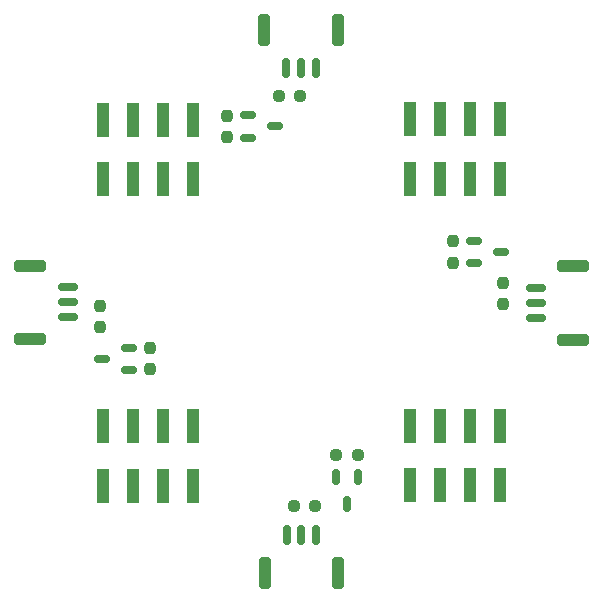
<source format=gtp>
G04 #@! TF.GenerationSoftware,KiCad,Pcbnew,8.0.1*
G04 #@! TF.CreationDate,2025-02-17T13:43:14+05:00*
G04 #@! TF.ProjectId,pwm_servo,70776d5f-7365-4727-966f-2e6b69636164,rev?*
G04 #@! TF.SameCoordinates,Original*
G04 #@! TF.FileFunction,Paste,Top*
G04 #@! TF.FilePolarity,Positive*
%FSLAX46Y46*%
G04 Gerber Fmt 4.6, Leading zero omitted, Abs format (unit mm)*
G04 Created by KiCad (PCBNEW 8.0.1) date 2025-02-17 13:43:14*
%MOMM*%
%LPD*%
G01*
G04 APERTURE LIST*
G04 Aperture macros list*
%AMRoundRect*
0 Rectangle with rounded corners*
0 $1 Rounding radius*
0 $2 $3 $4 $5 $6 $7 $8 $9 X,Y pos of 4 corners*
0 Add a 4 corners polygon primitive as box body*
4,1,4,$2,$3,$4,$5,$6,$7,$8,$9,$2,$3,0*
0 Add four circle primitives for the rounded corners*
1,1,$1+$1,$2,$3*
1,1,$1+$1,$4,$5*
1,1,$1+$1,$6,$7*
1,1,$1+$1,$8,$9*
0 Add four rect primitives between the rounded corners*
20,1,$1+$1,$2,$3,$4,$5,0*
20,1,$1+$1,$4,$5,$6,$7,0*
20,1,$1+$1,$6,$7,$8,$9,0*
20,1,$1+$1,$8,$9,$2,$3,0*%
G04 Aperture macros list end*
%ADD10R,1.000000X3.000000*%
%ADD11RoundRect,0.150000X0.150000X0.700000X-0.150000X0.700000X-0.150000X-0.700000X0.150000X-0.700000X0*%
%ADD12RoundRect,0.250000X0.250000X1.100000X-0.250000X1.100000X-0.250000X-1.100000X0.250000X-1.100000X0*%
%ADD13RoundRect,0.150000X-0.150000X0.512500X-0.150000X-0.512500X0.150000X-0.512500X0.150000X0.512500X0*%
%ADD14RoundRect,0.237500X-0.250000X-0.237500X0.250000X-0.237500X0.250000X0.237500X-0.250000X0.237500X0*%
%ADD15RoundRect,0.237500X0.237500X-0.250000X0.237500X0.250000X-0.237500X0.250000X-0.237500X-0.250000X0*%
%ADD16RoundRect,0.237500X-0.237500X0.250000X-0.237500X-0.250000X0.237500X-0.250000X0.237500X0.250000X0*%
%ADD17RoundRect,0.150000X0.512500X0.150000X-0.512500X0.150000X-0.512500X-0.150000X0.512500X-0.150000X0*%
%ADD18RoundRect,0.150000X-0.150000X-0.700000X0.150000X-0.700000X0.150000X0.700000X-0.150000X0.700000X0*%
%ADD19RoundRect,0.250000X-0.250000X-1.100000X0.250000X-1.100000X0.250000X1.100000X-0.250000X1.100000X0*%
%ADD20RoundRect,0.150000X-0.512500X-0.150000X0.512500X-0.150000X0.512500X0.150000X-0.512500X0.150000X0*%
%ADD21RoundRect,0.237500X0.250000X0.237500X-0.250000X0.237500X-0.250000X-0.237500X0.250000X-0.237500X0*%
%ADD22RoundRect,0.150000X0.700000X-0.150000X0.700000X0.150000X-0.700000X0.150000X-0.700000X-0.150000X0*%
%ADD23RoundRect,0.250000X1.100000X-0.250000X1.100000X0.250000X-1.100000X0.250000X-1.100000X-0.250000X0*%
%ADD24RoundRect,0.150000X-0.700000X0.150000X-0.700000X-0.150000X0.700000X-0.150000X0.700000X0.150000X0*%
%ADD25RoundRect,0.250000X-1.100000X0.250000X-1.100000X-0.250000X1.100000X-0.250000X1.100000X0.250000X0*%
G04 APERTURE END LIST*
D10*
X145815000Y-104505000D03*
X145815000Y-109545000D03*
X148354999Y-104505000D03*
X148354999Y-109545000D03*
X150895001Y-104505000D03*
X150895001Y-109545000D03*
X153435000Y-104505000D03*
X153435000Y-109545000D03*
D11*
X163800000Y-74175000D03*
X162550000Y-74175001D03*
X161300000Y-74175000D03*
D12*
X165650000Y-70975000D03*
X159450000Y-70975000D03*
D13*
X167399999Y-108812500D03*
X165500001Y-108812500D03*
X166450000Y-111087500D03*
D14*
X160637500Y-76575000D03*
X162462500Y-76575000D03*
X165512500Y-107000000D03*
X167337500Y-107000000D03*
D15*
X156275000Y-80075000D03*
X156275000Y-78250000D03*
D16*
X179650000Y-92387500D03*
X179650000Y-94212500D03*
D17*
X147962500Y-99774999D03*
X147962500Y-97875001D03*
X145687500Y-98825000D03*
D18*
X161325000Y-113725000D03*
X162575000Y-113725000D03*
X163825000Y-113725000D03*
D19*
X159475000Y-116925000D03*
X165675000Y-116925000D03*
D20*
X177187500Y-88812501D03*
X177187500Y-90712499D03*
X179462500Y-89762500D03*
D21*
X163750000Y-111275000D03*
X161925000Y-111275000D03*
D15*
X145550000Y-96137500D03*
X145550000Y-94312500D03*
D20*
X158062500Y-78187501D03*
X158062500Y-80087499D03*
X160337500Y-79137500D03*
D10*
X179385000Y-83570000D03*
X179385000Y-78530000D03*
X176845001Y-83570000D03*
X176845001Y-78530000D03*
X174304999Y-83570000D03*
X174304999Y-78530000D03*
X171765000Y-83570000D03*
X171765000Y-78530000D03*
D22*
X182400000Y-95350000D03*
X182399999Y-94100000D03*
X182400000Y-92850000D03*
D23*
X185600000Y-97200000D03*
X185600000Y-91000000D03*
D10*
X153435000Y-83620000D03*
X153435000Y-78580000D03*
X150895001Y-83620000D03*
X150895001Y-78580000D03*
X148354999Y-83620000D03*
X148354999Y-78580000D03*
X145815000Y-83620000D03*
X145815000Y-78580000D03*
X171765000Y-104480000D03*
X171765000Y-109520000D03*
X174304999Y-104480000D03*
X174304999Y-109520000D03*
X176845001Y-104480000D03*
X176845001Y-109520000D03*
X179385000Y-104480000D03*
X179385000Y-109520000D03*
D24*
X142825000Y-92775000D03*
X142825001Y-94025000D03*
X142825000Y-95275000D03*
D25*
X139625000Y-90925000D03*
X139625000Y-97125000D03*
D15*
X175375000Y-90687500D03*
X175375000Y-88862500D03*
D16*
X149775000Y-97887500D03*
X149775000Y-99712500D03*
M02*

</source>
